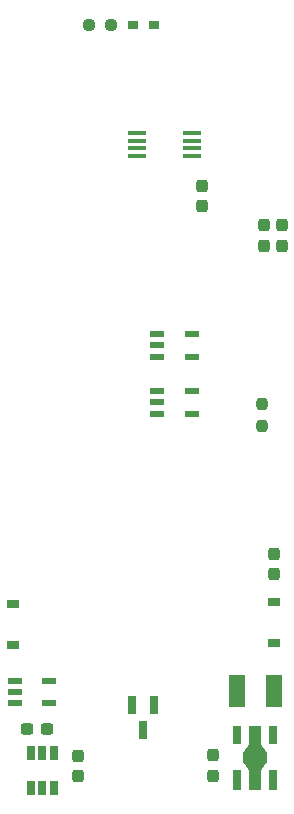
<source format=gbr>
%TF.GenerationSoftware,KiCad,Pcbnew,9.0.7-9.0.7~ubuntu25.10.1*%
%TF.CreationDate,2026-03-01T16:55:49+09:00*%
%TF.ProjectId,bionic-cp1610,62696f6e-6963-42d6-9370-313631302e6b,1*%
%TF.SameCoordinates,Original*%
%TF.FileFunction,Paste,Top*%
%TF.FilePolarity,Positive*%
%FSLAX46Y46*%
G04 Gerber Fmt 4.6, Leading zero omitted, Abs format (unit mm)*
G04 Created by KiCad (PCBNEW 9.0.7-9.0.7~ubuntu25.10.1) date 2026-03-01 16:55:49*
%MOMM*%
%LPD*%
G01*
G04 APERTURE LIST*
G04 Aperture macros list*
%AMRoundRect*
0 Rectangle with rounded corners*
0 $1 Rounding radius*
0 $2 $3 $4 $5 $6 $7 $8 $9 X,Y pos of 4 corners*
0 Add a 4 corners polygon primitive as box body*
4,1,4,$2,$3,$4,$5,$6,$7,$8,$9,$2,$3,0*
0 Add four circle primitives for the rounded corners*
1,1,$1+$1,$2,$3*
1,1,$1+$1,$4,$5*
1,1,$1+$1,$6,$7*
1,1,$1+$1,$8,$9*
0 Add four rect primitives between the rounded corners*
20,1,$1+$1,$2,$3,$4,$5,0*
20,1,$1+$1,$4,$5,$6,$7,0*
20,1,$1+$1,$6,$7,$8,$9,0*
20,1,$1+$1,$8,$9,$2,$3,0*%
%AMFreePoly0*
4,1,13,0.500000,1.050000,1.000000,0.350000,1.000000,-0.450000,0.500000,-1.150000,0.500000,-2.750000,-0.500000,-2.750000,-0.500000,-1.150000,-1.000000,-0.450000,-1.000000,0.350000,-0.500000,1.050000,-0.500000,2.750000,0.500000,2.750000,0.500000,1.050000,0.500000,1.050000,$1*%
G04 Aperture macros list end*
%ADD10RoundRect,0.237500X0.300000X0.237500X-0.300000X0.237500X-0.300000X-0.237500X0.300000X-0.237500X0*%
%ADD11RoundRect,0.237500X0.250000X0.237500X-0.250000X0.237500X-0.250000X-0.237500X0.250000X-0.237500X0*%
%ADD12RoundRect,0.237500X-0.237500X0.300000X-0.237500X-0.300000X0.237500X-0.300000X0.237500X0.300000X0*%
%ADD13RoundRect,0.237500X0.237500X-0.300000X0.237500X0.300000X-0.237500X0.300000X-0.237500X-0.300000X0*%
%ADD14R,1.371600X2.743200*%
%ADD15RoundRect,0.237500X-0.237500X0.250000X-0.237500X-0.250000X0.237500X-0.250000X0.237500X0.250000X0*%
%ADD16R,0.700000X1.600000*%
%ADD17FreePoly0,180.000000*%
%ADD18R,0.700000X1.700000*%
%ADD19R,1.041400X0.762000*%
%ADD20R,1.536700X0.431800*%
%ADD21R,0.660400X1.625600*%
%ADD22R,0.965200X0.762000*%
%ADD23R,1.181100X0.508000*%
%ADD24R,0.650001X1.200000*%
G04 APERTURE END LIST*
D10*
%TO.C,C8*%
X88697900Y-101917600D03*
X90422900Y-101917600D03*
%TD*%
D11*
%TO.C,R1*%
X95832300Y-42354600D03*
X94007300Y-42354600D03*
%TD*%
D12*
%TO.C,C7*%
X93014800Y-104230100D03*
X93014800Y-105955100D03*
%TD*%
D13*
%TO.C,C1*%
X108762800Y-61023600D03*
X108762800Y-59298600D03*
%TD*%
D14*
%TO.C,L1*%
X106502200Y-98742600D03*
X109651800Y-98742600D03*
%TD*%
D15*
%TO.C,R2*%
X108635800Y-74438600D03*
X108635800Y-76263600D03*
%TD*%
D13*
%TO.C,C4*%
X104444800Y-105903200D03*
X104444800Y-104178200D03*
%TD*%
D12*
%TO.C,C3*%
X103555800Y-55970100D03*
X103555800Y-57695100D03*
%TD*%
D16*
%TO.C,U6*%
X109524800Y-102435600D03*
D17*
X108024800Y-104385600D03*
D16*
X106524800Y-102435600D03*
D18*
X106524800Y-106285600D03*
X109524800Y-106285600D03*
%TD*%
D19*
%TO.C,D3*%
X87553800Y-91325800D03*
X87553800Y-94805600D03*
%TD*%
D20*
%TO.C,U3*%
X98031350Y-51473201D03*
X98031350Y-52123199D03*
X98031350Y-52773201D03*
X98031350Y-53423199D03*
X102666850Y-53423199D03*
X102666850Y-52773201D03*
X102666850Y-52123199D03*
X102666850Y-51473201D03*
%TD*%
D21*
%TO.C,U2*%
X99491801Y-99885600D03*
X97591799Y-99885600D03*
X98541800Y-102017600D03*
%TD*%
D22*
%TO.C,D1*%
X97726500Y-42354600D03*
X99479100Y-42354600D03*
%TD*%
D13*
%TO.C,C2*%
X110312200Y-61023600D03*
X110312200Y-59298600D03*
%TD*%
D23*
%TO.C,U5*%
X99733150Y-73342599D03*
X99733150Y-74292600D03*
X99733150Y-75242601D03*
X102666850Y-75242601D03*
X102666850Y-73342599D03*
%TD*%
%TO.C,U8*%
X87668150Y-97858599D03*
X87668150Y-98808600D03*
X87668150Y-99758601D03*
X90601850Y-99758601D03*
X90601850Y-97858599D03*
%TD*%
D13*
%TO.C,C5*%
X109651800Y-88836600D03*
X109651800Y-87111600D03*
%TD*%
D24*
%TO.C,U7*%
X89082799Y-106899599D03*
X90032800Y-106899599D03*
X90982798Y-106899599D03*
X90982798Y-103949600D03*
X90032800Y-103949600D03*
X89082799Y-103949600D03*
%TD*%
D23*
%TO.C,U4*%
X99733150Y-68521599D03*
X99733150Y-69471600D03*
X99733150Y-70421601D03*
X102666850Y-70421601D03*
X102666850Y-68521599D03*
%TD*%
D19*
%TO.C,D2*%
X109651800Y-91198800D03*
X109651800Y-94678600D03*
%TD*%
M02*

</source>
